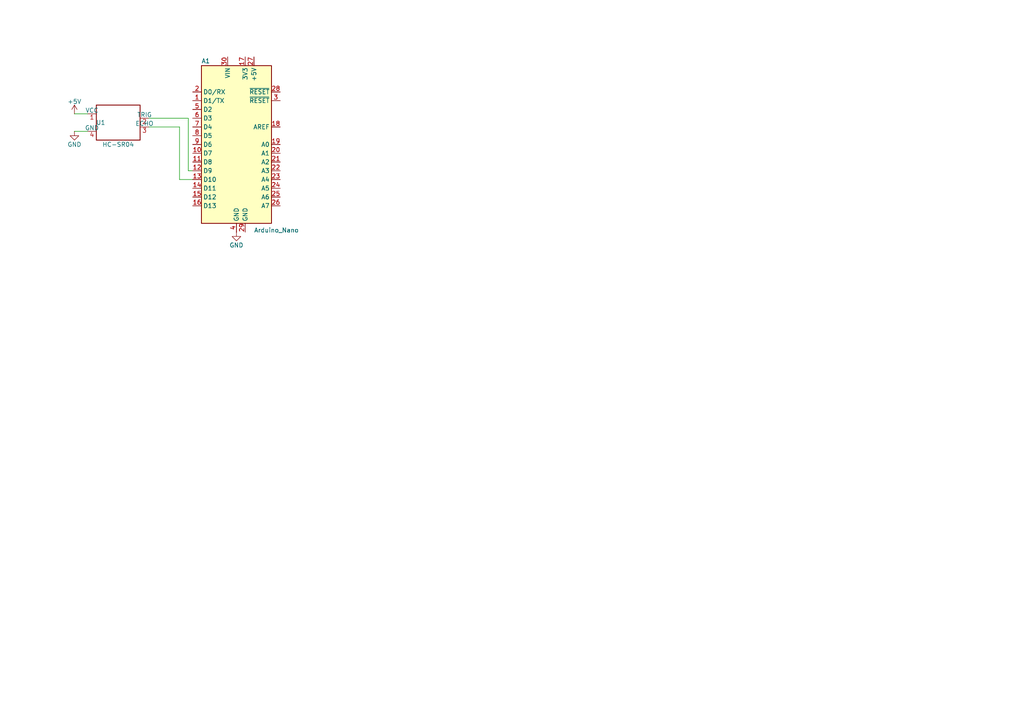
<source format=kicad_sch>
(kicad_sch (version 20250114) (generator "eeschema") (generator_version "9.0")
  (paper "A4")
  (title_block (title "Arduino Nano v3.x + HC-SR04 (grid 50mil)") (date "2025-09-15") (rev "1.0") (company "Adriana") (comment 1 "TRIG→D3, ECHO→D2"))
  (lib_symbols
    (symbol "MCU_Module:Arduino_Nano_v3.x"
      (property "Reference" "A" (at -10.16 23.495 0))
      (property "Value" "Arduino_Nano_v3.x" (at 5.08 -24.13 0))
      (symbol "Arduino_Nano_v3.x_0_1"
        (rectangle (start -10.16 22.86) (end 10.16 -22.86) (stroke (width 0.254)) (fill (type background)))
      )
      (symbol "Arduino_Nano_v3.x_1_1"
        (pin bidirectional line (at -12.7 15.24 0) (length 2.54) (name "D0/RX") (number "2"))
        (pin bidirectional line (at -12.7 12.7 0) (length 2.54) (name "D1/TX") (number "1"))
        (pin bidirectional line (at -12.7 10.16 0) (length 2.54) (name "D2") (number "5"))
        (pin bidirectional line (at -12.7 7.62 0) (length 2.54) (name "D3") (number "6"))
        (pin bidirectional line (at -12.7 5.08 0) (length 2.54) (name "D4") (number "7"))
        (pin bidirectional line (at -12.7 2.54 0) (length 2.54) (name "D5") (number "8"))
        (pin bidirectional line (at -12.7 0 0) (length 2.54) (name "D6") (number "9"))
        (pin bidirectional line (at -12.7 -2.54 0) (length 2.54) (name "D7") (number "10"))
        (pin bidirectional line (at -12.7 -5.08 0) (length 2.54) (name "D8") (number "11"))
        (pin bidirectional line (at -12.7 -7.62 0) (length 2.54) (name "D9") (number "12"))
        (pin bidirectional line (at -12.7 -10.16 0) (length 2.54) (name "D10") (number "13"))
        (pin bidirectional line (at -12.7 -12.7 0) (length 2.54) (name "D11") (number "14"))
        (pin bidirectional line (at -12.7 -15.24 0) (length 2.54) (name "D12") (number "15"))
        (pin bidirectional line (at -12.7 -17.78 0) (length 2.54) (name "D13") (number "16"))
        (pin power_in line (at -2.54 25.4 270) (length 2.54) (name "VIN") (number "30"))
        (pin power_in line (at 0 -25.4 90) (length 2.54) (name "GND") (number "4"))
        (pin power_out line (at 2.54 25.4 270) (length 2.54) (name "3V3") (number "17"))
        (pin power_in line (at 2.54 -25.4 90) (length 2.54) (name "GND") (number "29"))
        (pin power_out line (at 5.08 25.4 270) (length 2.54) (name "+5V") (number "27"))
        (pin input line (at 12.7 15.24 180) (length 2.54) (name "~{RESET}") (number "28"))
        (pin input line (at 12.7 12.7 180) (length 2.54) (name "~{RESET}") (number "3"))
        (pin input line (at 12.7 5.08 180) (length 2.54) (name "AREF") (number "18"))
        (pin bidirectional line (at 12.7 0 180) (length 2.54) (name "A0") (number "19"))
        (pin bidirectional line (at 12.7 -2.54 180) (length 2.54) (name "A1") (number "20"))
        (pin bidirectional line (at 12.7 -5.08 180) (length 2.54) (name "A2") (number "21"))
        (pin bidirectional line (at 12.7 -7.62 180) (length 2.54) (name "A3") (number "22"))
        (pin bidirectional line (at 12.7 -10.16 180) (length 2.54) (name "A4") (number "23"))
        (pin bidirectional line (at 12.7 -12.7 180) (length 2.54) (name "A5") (number "24"))
        (pin bidirectional line (at 12.7 -15.24 180) (length 2.54) (name "A6") (number "25"))
        (pin bidirectional line (at 12.7 -17.78 180) (length 2.54) (name "A7") (number "26"))
      )
    )
    (symbol "MyLib:HC_SR04" (pin_names (offset 0))
      (property "Reference" "U?" (at 0 0 0))
      (property "Value" "HC-SR04" (at 0 -3.81 0))
      (symbol "HC_SR04_0_1"
        (rectangle (start -1.27 5.08) (end 11.43 -5.08) (stroke (width 0.254)))
      )
      (symbol "HC_SR04_1_1"
        (pin power_in line (at -3.81 2.54 0) (length 2.54) (name "VCC") (number "1"))
        (pin power_in line (at -3.81 -2.54 0) (length 2.54) (name "GND") (number "4"))
        (pin input line (at 13.97 1.27 180) (length 2.54) (name "TRIG") (number "2"))
        (pin output line (at 13.97 -1.27 180) (length 2.54) (name "ECHO") (number "3"))
      )
    )
    (symbol "power:+5V" (power) (pin_numbers (hide yes)) (pin_names (offset 0) (hide yes))
      (property "Value" "+5V" (at 0 3.556 0))
      (symbol "+5V_0_1"
        (polyline (pts (xy -0.762 1.27) (xy 0 2.54)))
        (polyline (pts (xy 0 2.54) (xy 0.762 1.27)))
        (polyline (pts (xy 0 0) (xy 0 2.54)))
      )
      (symbol "+5V_1_1"
        (pin power_in line (at 0 0 90) (length 0) (name "~") (number "1"))
      )
    )
    (symbol "power:GND" (power) (pin_numbers (hide yes)) (pin_names (offset 0) (hide yes))
      (property "Value" "GND" (at 0 -3.81 0))
      (symbol "GND_0_1"
        (polyline (pts (xy 0 0) (xy 0 -1.27) (xy 1.27 -1.27) (xy 0 -2.54) (xy -1.27 -1.27) (xy 0 -1.27)))
      )
      (symbol "GND_1_1"
        (pin power_in line (at 0 0 270) (length 0) (name "~") (number "1"))
      )
    )
  )
  (wire (pts (xy 52.07 52.07) (xy 52.07 36.83)))
  (wire (pts (xy 43.18 36.83) (xy 52.07 36.83)))
  (wire (pts (xy 54.61 34.29) (xy 54.61 49.53)))
  (wire (pts (xy 55.88 52.07) (xy 52.07 52.07)))
  (wire (pts (xy 21.59 33.02) (xy 25.4 33.02)))
  (wire (pts (xy 21.59 38.1) (xy 25.4 38.1)))
  (wire (pts (xy 43.18 34.29) (xy 54.61 34.29)))
  (wire (pts (xy 54.61 49.53) (xy 55.88 49.53)))
  (symbol (lib_id "power:+5V") (at 21.59 33.02 0) (unit 1)
    (property "Reference" "#PWR?" (effects (hide yes)))
    (property "Value" "+5V" (at 21.59 29.464 0))
    (property "Description" "Power symbol creates a global label with name \"+5V\"" (effects (hide yes)))
  )
  (symbol (lib_id "power:GND") (at 68.58 67.31 0) (unit 1)
    (property "Reference" "#PWR01" (effects (hide yes)))
    (property "Value" "GND" (at 68.58 71.12 0))
    (property "Description" "Power symbol creates a global label with name \"GND\" , ground" (effects (hide yes)))
  )
  (symbol (lib_id "MyLib:HC_SR04") (at 29.21 35.56 0) (unit 1)
    (property "Reference" "U1" (at 29.21 35.56 0))
    (property "Value" "HC-SR04" (at 34.29 41.91 0))
  )
  (symbol (lib_id "power:GND") (at 21.59 38.1 0) (unit 1)
    (property "Reference" "#PWR?" (effects (hide yes)))
    (property "Value" "GND" (at 21.59 41.91 0))
    (property "Description" "Power symbol creates a global label with name \"GND\" , ground" (effects (hide yes)))
  )
  (symbol (lib_id "MCU_Module:Arduino_Nano_v3.x") (at 68.58 41.91 0) (unit 1)
    (property "Reference" "A1" (at 58.42 18.415 0) (effects (justify left bottom)))
    (property "Value" "Arduino_Nano" (at 73.66 66.04 0) (effects (justify left top)))
    (property "Footprint" "Module:Arduino_Nano" (effects (hide yes)))
    (property "Datasheet" "http://www.mouser.com/pdfdocs/Gravitech_Arduino_Nano3_0.pdf" (effects (hide yes)))
    (property "Description" "Arduino Nano v3.x" (effects (hide yes)))
  )
)
</source>
